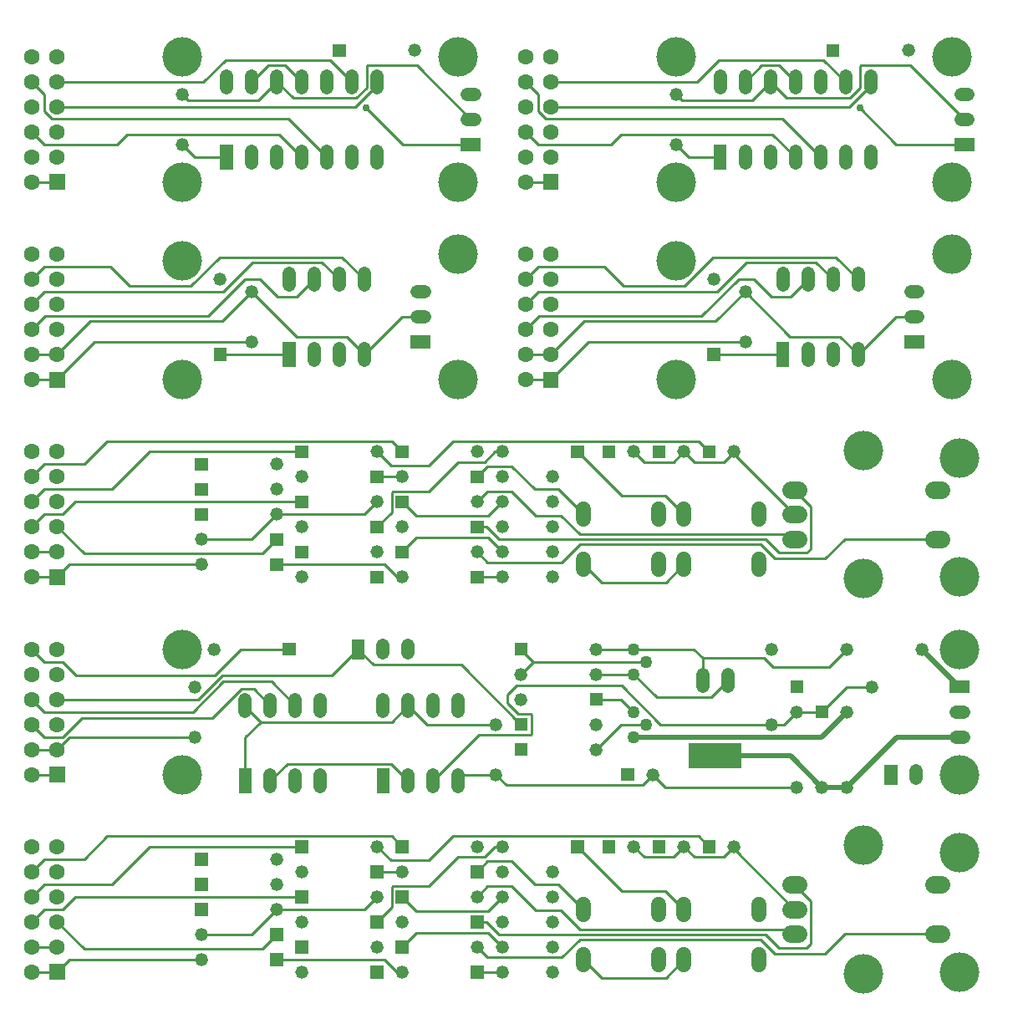
<source format=gbl>
%FSLAX24Y24*%
%MOIN*%
%ADD10C,0.0100*%
%ADD11C,0.0200*%
%ADD12C,0.0300*%
%ADD13C,0.0500*%
%ADD14C,0.0520*%
%ADD15C,0.0600*%
%ADD16C,0.0630*%
%ADD17C,0.0700*%
%ADD18C,0.1575*%
D10*
G01X19750Y1500D02*
X18750Y1500D01*
X19750Y6500D02*
X19466Y6500D01*
X19056Y6089D01*
X17991Y6089D01*
X16813Y4911D01*
X15368Y4911D01*
X15339Y4882D01*
X15339Y4089D01*
X14750Y3500D01*
X22750Y6500D02*
X24511Y4739D01*
X26261Y4739D01*
X27000Y4000D01*
X18750Y5500D02*
X19163Y5913D01*
X20132Y5913D01*
X21046Y5000D01*
X22000Y5000D01*
X23000Y4000D01*
X19750Y2500D02*
X19179Y3071D01*
X16321Y3071D01*
X15750Y2500D01*
X23000Y2000D02*
X23731Y1269D01*
X26269Y1269D01*
X27000Y2000D01*
X28948Y6448D02*
X29000Y6500D01*
X27000Y6500D02*
X27411Y6089D01*
X28589Y6089D01*
X28948Y6448D01*
X31396Y4000D01*
X1000Y2500D02*
X2000Y2500D01*
X25000Y6500D02*
X25411Y6089D01*
X26589Y6089D01*
X27000Y6500D01*
X1000Y4500D02*
X1500Y5000D01*
X4172Y5000D01*
X5672Y6500D01*
X11750Y6500D01*
X11750Y4500D02*
X2716Y4500D01*
X2216Y4000D01*
X1500Y4000D01*
X1000Y3500D01*
X10750Y3000D02*
X10179Y2429D01*
X3071Y2429D01*
X2000Y3500D01*
X18750Y2500D02*
X19164Y2086D01*
X22131Y2086D01*
X22844Y2799D01*
X30039Y2799D01*
X30610Y2228D01*
X32620Y2228D01*
X33407Y3016D01*
X37104Y3016D01*
X15750Y1500D02*
X15559Y1500D01*
X15059Y2000D01*
X10750Y2000D01*
X28000Y6500D02*
X27589Y6911D01*
X17769Y6911D01*
X16805Y5947D01*
X15303Y5947D01*
X14750Y6500D01*
X2000Y1500D02*
X1000Y1500D01*
X7750Y2000D02*
X2500Y2000D01*
X2000Y1500D01*
X10750Y4000D02*
X9750Y3000D01*
X7750Y3000D01*
X14750Y4500D02*
X14250Y4000D01*
X10750Y4000D01*
X31396Y3016D02*
X31206Y3205D01*
X22841Y3205D01*
X22096Y3950D01*
X21072Y3950D01*
X20105Y4917D01*
X19167Y4917D01*
X18750Y4500D01*
X31396Y4984D02*
X32054Y4326D01*
X32054Y2619D01*
X31897Y2462D01*
X30787Y2462D01*
X30245Y3005D01*
X19607Y3005D01*
X19111Y3500D01*
X18750Y3500D01*
X15750Y6500D02*
X15339Y6911D01*
X3980Y6911D01*
X3070Y6000D01*
X1500Y6000D01*
X1000Y5500D01*
X15750Y5500D02*
X14750Y5500D01*
X19750Y4500D02*
X19179Y3929D01*
X16321Y3929D01*
X15750Y4500D01*
X23500Y10374D02*
X24500Y11374D01*
X25500Y11374D01*
X11250Y14374D02*
X9320Y14374D01*
X8284Y13339D01*
X2765Y13339D01*
X2230Y13874D01*
X1500Y13874D01*
X1000Y14374D01*
X17000Y9124D02*
X18833Y10957D01*
X20882Y10957D01*
X20911Y10986D01*
X20911Y11756D01*
X20882Y11785D01*
X20373Y11785D01*
X19941Y12217D01*
X19941Y12546D01*
X20317Y12921D01*
X24520Y12921D01*
X26067Y11374D01*
X30500Y11374D01*
X32500Y11874D02*
X33500Y12874D01*
X34500Y12874D01*
X31500Y11874D02*
X32500Y11874D01*
X30500Y11374D02*
X31000Y11374D01*
X31500Y11874D01*
X10500Y12124D02*
X9837Y12787D01*
X9337Y12787D01*
X8189Y11638D01*
X2980Y11638D01*
X2216Y10874D01*
X1500Y10874D01*
X1000Y11374D01*
X21000Y13874D02*
X25500Y13874D01*
X20500Y13374D02*
X21000Y13874D01*
X20500Y14374D01*
X28750Y13124D02*
X28084Y12458D01*
X25916Y12458D01*
X25000Y13374D01*
X23500Y13374D02*
X25000Y13374D01*
X2000Y9374D02*
X1000Y9374D01*
X10126Y11469D02*
X9500Y10843D01*
X9500Y9124D01*
X10126Y11469D02*
X9500Y12095D01*
X9500Y12124D01*
X16000Y12124D02*
X15345Y11469D01*
X10126Y11469D01*
X16000Y12124D02*
X16750Y11374D01*
X19500Y11374D01*
X16000Y9124D02*
X15326Y9798D01*
X11174Y9798D01*
X10500Y9124D01*
X2000Y10374D02*
X2500Y10874D01*
X7500Y10874D01*
X2000Y10374D02*
X1000Y10374D01*
X19500Y9374D02*
X19911Y8963D01*
X25339Y8963D01*
X25750Y9374D01*
X18000Y9124D02*
X18250Y9374D01*
X19500Y9374D01*
X25750Y9374D02*
X26250Y8874D01*
X31500Y8874D01*
X23500Y12374D02*
X24500Y12374D01*
X25000Y11874D01*
X20500Y11374D02*
X18117Y13757D01*
X14617Y13757D01*
X14000Y14374D01*
X12965Y13339D01*
X8591Y13339D01*
X7626Y12374D01*
X2000Y12374D01*
X27750Y14024D02*
X30171Y14024D01*
X30541Y13654D01*
X32780Y13654D01*
X33500Y14374D01*
X25000Y14374D02*
X27400Y14374D01*
X27750Y14024D01*
X27750Y13124D01*
X23500Y14374D02*
X25000Y14374D01*
X11500Y12124D02*
X10537Y13087D01*
X8623Y13087D01*
X7410Y11874D01*
X1500Y11874D01*
X1000Y12374D01*
X19750Y17248D02*
X18750Y17248D01*
X19750Y22248D02*
X19466Y22248D01*
X19056Y21837D01*
X17991Y21837D01*
X16813Y20659D01*
X15368Y20659D01*
X15339Y20630D01*
X15339Y19837D01*
X14750Y19248D01*
X22750Y22248D02*
X24511Y20487D01*
X26261Y20487D01*
X27000Y19748D01*
X18750Y21248D02*
X19163Y21661D01*
X20132Y21661D01*
X21046Y20748D01*
X22000Y20748D01*
X23000Y19748D01*
X19750Y18248D02*
X19179Y18819D01*
X16321Y18819D01*
X15750Y18248D01*
X23000Y17748D02*
X23731Y17017D01*
X26269Y17017D01*
X27000Y17748D01*
X28948Y22196D02*
X29000Y22248D01*
X27000Y22248D02*
X27411Y21837D01*
X28589Y21837D01*
X28948Y22196D01*
X31396Y19748D01*
X1000Y18248D02*
X2000Y18248D01*
X25000Y22248D02*
X25411Y21837D01*
X26589Y21837D01*
X27000Y22248D01*
X1000Y20248D02*
X1500Y20748D01*
X4172Y20748D01*
X5672Y22248D01*
X11750Y22248D01*
X11750Y20248D02*
X2716Y20248D01*
X2216Y19748D01*
X1500Y19748D01*
X1000Y19248D01*
X10750Y18748D02*
X10179Y18177D01*
X3071Y18177D01*
X2000Y19248D01*
X18750Y18248D02*
X19164Y17834D01*
X22131Y17834D01*
X22844Y18547D01*
X30039Y18547D01*
X30610Y17976D01*
X32620Y17976D01*
X33407Y18764D01*
X37104Y18764D01*
X15750Y17248D02*
X15559Y17248D01*
X15059Y17748D01*
X10750Y17748D01*
X28000Y22248D02*
X27589Y22659D01*
X17769Y22659D01*
X16805Y21695D01*
X15303Y21695D01*
X14750Y22248D01*
X2000Y17248D02*
X1000Y17248D01*
X7750Y17748D02*
X2500Y17748D01*
X2000Y17248D01*
X10750Y19748D02*
X9750Y18748D01*
X7750Y18748D01*
X14750Y20248D02*
X14250Y19748D01*
X10750Y19748D01*
X31396Y18764D02*
X31206Y18953D01*
X22841Y18953D01*
X22096Y19698D01*
X21072Y19698D01*
X20105Y20665D01*
X19167Y20665D01*
X18750Y20248D01*
X31396Y20732D02*
X32054Y20074D01*
X32054Y18367D01*
X31897Y18210D01*
X30787Y18210D01*
X30245Y18753D01*
X19607Y18753D01*
X19111Y19248D01*
X18750Y19248D01*
X15750Y22248D02*
X15339Y22659D01*
X3980Y22659D01*
X3070Y21748D01*
X1500Y21748D01*
X1000Y21248D01*
X15750Y21248D02*
X14750Y21248D01*
X19750Y20248D02*
X19179Y19677D01*
X16321Y19677D01*
X15750Y20248D01*
X14331Y35946D02*
X15781Y34496D01*
X18500Y34496D01*
X13750Y36996D02*
X12877Y37869D01*
X8705Y37869D01*
X7832Y36996D01*
X2000Y36996D01*
X8750Y33996D02*
X7500Y33996D01*
X7000Y34496D01*
X2000Y32996D02*
X1000Y32996D01*
X9750Y36996D02*
X10411Y37657D01*
X11089Y37657D01*
X11750Y36996D01*
X12750Y33996D02*
X11216Y35530D01*
X1791Y35530D01*
X1500Y35822D01*
X1500Y36496D01*
X1000Y36996D01*
X14750Y36996D02*
X14750Y36854D01*
X13892Y35996D01*
X2000Y35996D01*
X1000Y34996D02*
X1500Y34496D01*
X4388Y34496D01*
X4798Y34907D01*
X10839Y34907D01*
X11750Y33996D01*
X10750Y36996D02*
X11401Y36345D01*
X13920Y36345D01*
X14336Y36761D01*
X14336Y37618D01*
X14365Y37647D01*
X16349Y37647D01*
X18500Y35496D01*
X10750Y36996D02*
X10019Y36265D01*
X7231Y36265D01*
X7000Y36496D01*
X33935Y29122D02*
X33050Y30007D01*
X28163Y30007D01*
X27014Y28858D01*
X24577Y28858D01*
X23813Y29622D01*
X21185Y29622D01*
X20685Y29122D01*
X32935Y29122D02*
X32251Y29806D01*
X29485Y29806D01*
X28301Y28622D01*
X21185Y28622D01*
X20685Y28122D01*
X29435Y28622D02*
X28258Y27445D01*
X23008Y27445D01*
X21685Y26122D01*
X29435Y28622D02*
X31226Y26831D01*
X33226Y26831D01*
X33935Y26122D01*
X21685Y26122D02*
X20685Y26122D01*
X36185Y27622D02*
X35435Y27622D01*
X33935Y26122D01*
X31935Y29122D02*
X31240Y28427D01*
X30469Y28427D01*
X29774Y29122D01*
X29171Y29122D01*
X27695Y27646D01*
X21209Y27646D01*
X20685Y27122D01*
X20685Y25122D02*
X21685Y25122D01*
X29435Y26622D02*
X23185Y26622D01*
X21685Y25122D01*
X28185Y26122D02*
X30935Y26122D01*
X34016Y35946D02*
X35467Y34496D01*
X38185Y34496D01*
X33435Y36996D02*
X32562Y37869D01*
X28390Y37869D01*
X27517Y36996D01*
X21685Y36996D01*
X28435Y33996D02*
X27185Y33996D01*
X26685Y34496D01*
X21685Y32996D02*
X20685Y32996D01*
X29435Y36996D02*
X30096Y37657D01*
X30774Y37657D01*
X31435Y36996D01*
X32435Y33996D02*
X30901Y35530D01*
X21476Y35530D01*
X21185Y35822D01*
X21185Y36496D01*
X20685Y36996D01*
X34435Y36996D02*
X34435Y36854D01*
X33577Y35996D01*
X21685Y35996D01*
X20685Y34996D02*
X21185Y34496D01*
X24073Y34496D01*
X24483Y34907D01*
X30524Y34907D01*
X31435Y33996D01*
X30435Y36996D02*
X31086Y36345D01*
X33606Y36345D01*
X34021Y36761D01*
X34021Y37618D01*
X34050Y37647D01*
X36034Y37647D01*
X38185Y35496D01*
X30435Y36996D02*
X29704Y36265D01*
X26917Y36265D01*
X26685Y36496D01*
X14250Y29122D02*
X13365Y30007D01*
X8478Y30007D01*
X7329Y28858D01*
X4892Y28858D01*
X4128Y29622D01*
X1500Y29622D01*
X1000Y29122D01*
X13250Y29122D02*
X12566Y29806D01*
X9800Y29806D01*
X8616Y28622D01*
X1500Y28622D01*
X1000Y28122D01*
X9750Y28622D02*
X8573Y27445D01*
X3323Y27445D01*
X2000Y26122D01*
X9750Y28622D02*
X11541Y26831D01*
X13541Y26831D01*
X14250Y26122D01*
X2000Y26122D02*
X1000Y26122D01*
X16500Y27622D02*
X15750Y27622D01*
X14250Y26122D01*
X12250Y29122D02*
X11555Y28427D01*
X10784Y28427D01*
X10089Y29122D01*
X9486Y29122D01*
X8010Y27646D01*
X1524Y27646D01*
X1000Y27122D01*
X1000Y25122D02*
X2000Y25122D01*
X9750Y26622D02*
X3500Y26622D01*
X2000Y25122D01*
X8500Y26122D02*
X11250Y26122D01*
D11*
G01X25000Y10874D02*
X32500Y10874D01*
X33500Y11874D01*
X36500Y14374D02*
X38000Y12874D01*
X38000Y10874D02*
X35500Y10874D01*
X33500Y8874D01*
X32500Y8874D02*
X33500Y8874D01*
X28750Y10124D02*
X31250Y10124D01*
X32500Y8874D01*
X27750Y10124D02*
X28750Y10124D01*
D12*
G01X14331Y35946D03*
X34016Y35946D03*
D13*
G01X25000Y13374D03*
X25500Y13874D03*
X25000Y14374D03*
X25000Y10874D03*
X25500Y11374D03*
X25000Y11874D03*
D14*
G01X10750Y4000D03*
X10750Y5000D03*
X21750Y4500D03*
X19750Y4500D03*
X18750Y4500D03*
X15750Y3500D03*
X21750Y1500D03*
X19750Y1500D03*
X15750Y1500D03*
X7750Y2000D03*
X18750Y2500D03*
X14750Y2500D03*
X11750Y1500D03*
X21750Y2500D03*
X19750Y2500D03*
X27000Y6500D03*
X18750Y6500D03*
X25000Y6500D03*
X10750Y6000D03*
X29000Y6500D03*
X14750Y6500D03*
X14750Y4500D03*
X21750Y5500D03*
X19750Y5500D03*
X7750Y3000D03*
X21750Y3500D03*
X19750Y3500D03*
X19750Y6500D03*
X11750Y3500D03*
X15750Y5500D03*
X11750Y5500D03*
X23500Y14374D03*
X23500Y13374D03*
X20500Y13374D03*
X27750Y13364D02*
X27750Y12884D01*
X28750Y13364D02*
X28750Y12884D01*
X20500Y12374D03*
X23500Y10374D03*
X23500Y11374D03*
X25750Y9374D03*
X33500Y11874D03*
X33500Y8874D03*
X32500Y8874D03*
X34500Y12874D03*
X30500Y11374D03*
X30500Y14374D03*
X31500Y8874D03*
X31500Y11874D03*
X36500Y14374D03*
X33500Y14374D03*
X38140Y11874D02*
X37860Y11874D01*
X38140Y10874D02*
X37860Y10874D01*
X36250Y9514D02*
X36250Y9234D01*
X16000Y9364D02*
X16000Y8884D01*
X17000Y9364D02*
X17000Y8884D01*
X16000Y12364D02*
X16000Y11884D01*
X17000Y12364D02*
X17000Y11884D01*
X18000Y12364D02*
X18000Y11884D01*
X15000Y12364D02*
X15000Y11884D01*
X18000Y9364D02*
X18000Y8884D01*
X19500Y11374D03*
X19500Y9374D03*
X10500Y12364D02*
X10500Y11884D01*
X11500Y9364D02*
X11500Y8884D01*
X11500Y12364D02*
X11500Y11884D01*
X12500Y9364D02*
X12500Y8884D01*
X10500Y9364D02*
X10500Y8884D01*
X12500Y12364D02*
X12500Y11884D01*
X9500Y12364D02*
X9500Y11884D01*
X7500Y12874D03*
X7500Y10874D03*
X15000Y14514D02*
X15000Y14234D01*
X16000Y14514D02*
X16000Y14234D01*
X8250Y14374D03*
X10750Y19748D03*
X10750Y20748D03*
X21750Y20248D03*
X19750Y20248D03*
X18750Y20248D03*
X15750Y19248D03*
X21750Y17248D03*
X19750Y17248D03*
X15750Y17248D03*
X7750Y17748D03*
X18750Y18248D03*
X14750Y18248D03*
X11750Y17248D03*
X21750Y18248D03*
X19750Y18248D03*
X27000Y22248D03*
X18750Y22248D03*
X25000Y22248D03*
X10750Y21748D03*
X29000Y22248D03*
X14750Y22248D03*
X14750Y20248D03*
X21750Y21248D03*
X19750Y21248D03*
X7750Y18748D03*
X21750Y19248D03*
X19750Y19248D03*
X19750Y22248D03*
X11750Y19248D03*
X15750Y21248D03*
X11750Y21248D03*
X7000Y34496D03*
X7000Y36496D03*
X10750Y34236D02*
X10750Y33756D01*
X12750Y37236D02*
X12750Y36756D01*
X13750Y37236D02*
X13750Y36756D01*
X8750Y37236D02*
X8750Y36756D01*
X9750Y34236D02*
X9750Y33756D01*
X14750Y34236D02*
X14750Y33756D01*
X9750Y37236D02*
X9750Y36756D01*
X12750Y34236D02*
X12750Y33756D01*
X11750Y37236D02*
X11750Y36756D01*
X11750Y34236D02*
X11750Y33756D01*
X10750Y37236D02*
X10750Y36756D01*
X13750Y34236D02*
X13750Y33756D01*
X14750Y37236D02*
X14750Y36756D01*
X16250Y38246D03*
X18360Y36496D02*
X18640Y36496D01*
X18360Y35496D02*
X18640Y35496D01*
X32935Y26362D02*
X32935Y25882D01*
X33935Y26362D02*
X33935Y25882D01*
X33935Y29362D02*
X33935Y28882D01*
X31935Y29362D02*
X31935Y28882D01*
X32935Y29362D02*
X32935Y28882D01*
X30935Y29362D02*
X30935Y28882D01*
X31935Y26362D02*
X31935Y25882D01*
X29435Y28622D03*
X29435Y26622D03*
X28185Y29122D03*
X36045Y27622D02*
X36325Y27622D01*
X36045Y28622D02*
X36325Y28622D01*
X26685Y34496D03*
X26685Y36496D03*
X30435Y34236D02*
X30435Y33756D01*
X32435Y37236D02*
X32435Y36756D01*
X33435Y37236D02*
X33435Y36756D01*
X28435Y37236D02*
X28435Y36756D01*
X29435Y34236D02*
X29435Y33756D01*
X34435Y34236D02*
X34435Y33756D01*
X29435Y37236D02*
X29435Y36756D01*
X32435Y34236D02*
X32435Y33756D01*
X31435Y37236D02*
X31435Y36756D01*
X31435Y34236D02*
X31435Y33756D01*
X30435Y37236D02*
X30435Y36756D01*
X33435Y34236D02*
X33435Y33756D01*
X34435Y37236D02*
X34435Y36756D01*
X35935Y38246D03*
X38045Y36496D02*
X38325Y36496D01*
X38045Y35496D02*
X38325Y35496D01*
X13250Y26362D02*
X13250Y25882D01*
X14250Y26362D02*
X14250Y25882D01*
X14250Y29362D02*
X14250Y28882D01*
X12250Y29362D02*
X12250Y28882D01*
X13250Y29362D02*
X13250Y28882D01*
X11250Y29362D02*
X11250Y28882D01*
X12250Y26362D02*
X12250Y25882D01*
X9750Y28622D03*
X9750Y26622D03*
X8500Y29122D03*
X16360Y27622D02*
X16640Y27622D01*
X16360Y28622D02*
X16640Y28622D01*
D15*
G01X30000Y2200D02*
X30000Y1800D01*
X27000Y2200D02*
X27000Y1800D01*
X27000Y4200D02*
X27000Y3800D01*
X30000Y4200D02*
X30000Y3800D01*
X26000Y2200D02*
X26000Y1800D01*
X23000Y2200D02*
X23000Y1800D01*
X23000Y4200D02*
X23000Y3800D01*
X26000Y4200D02*
X26000Y3800D01*
X30000Y17948D02*
X30000Y17548D01*
X27000Y17948D02*
X27000Y17548D01*
X27000Y19948D02*
X27000Y19548D01*
X30000Y19948D02*
X30000Y19548D01*
X26000Y17948D02*
X26000Y17548D01*
X23000Y17948D02*
X23000Y17548D01*
X23000Y19948D02*
X23000Y19548D01*
X26000Y19948D02*
X26000Y19548D01*
D16*
G01X2000Y5500D03*
X2000Y6500D03*
X2000Y4500D03*
X1000Y6500D03*
X2000Y3500D03*
X1000Y4500D03*
X1000Y3500D03*
X1000Y1500D03*
X1000Y2500D03*
X2000Y2500D03*
X1000Y5500D03*
X2000Y11374D03*
X1000Y14374D03*
X1000Y13374D03*
X2000Y10374D03*
X1000Y10374D03*
X2000Y12374D03*
X2000Y14374D03*
X1000Y12374D03*
X1000Y11374D03*
X2000Y13374D03*
X1000Y9374D03*
X2000Y21248D03*
X2000Y22248D03*
X2000Y20248D03*
X1000Y22248D03*
X2000Y19248D03*
X1000Y20248D03*
X1000Y19248D03*
X1000Y17248D03*
X1000Y18248D03*
X2000Y18248D03*
X1000Y21248D03*
X2000Y34996D03*
X2000Y37996D03*
X1000Y34996D03*
X1000Y32996D03*
X2000Y33996D03*
X2000Y36996D03*
X1000Y33996D03*
X1000Y37996D03*
X1000Y36996D03*
X2000Y35996D03*
X1000Y35996D03*
X21685Y30122D03*
X21685Y29122D03*
X20685Y28122D03*
X20685Y27122D03*
X20685Y29122D03*
X20685Y25122D03*
X20685Y30122D03*
X21685Y26122D03*
X21685Y28122D03*
X21685Y27122D03*
X20685Y26122D03*
X21685Y34996D03*
X21685Y37996D03*
X20685Y34996D03*
X20685Y32996D03*
X21685Y33996D03*
X21685Y36996D03*
X20685Y33996D03*
X20685Y37996D03*
X20685Y36996D03*
X21685Y35996D03*
X20685Y35996D03*
X2000Y30122D03*
X2000Y29122D03*
X1000Y28122D03*
X1000Y27122D03*
X1000Y29122D03*
X1000Y25122D03*
X1000Y30122D03*
X2000Y26122D03*
X2000Y28122D03*
X2000Y27122D03*
X1000Y26122D03*
D17*
G01X31246Y4000D02*
X31546Y4000D01*
X31246Y3016D02*
X31546Y3016D01*
X36954Y3016D02*
X37254Y3016D01*
X36954Y4984D02*
X37254Y4984D01*
X31246Y4984D02*
X31546Y4984D01*
X31246Y19748D02*
X31546Y19748D01*
X31246Y18764D02*
X31546Y18764D01*
X36954Y18764D02*
X37254Y18764D01*
X36954Y20732D02*
X37254Y20732D01*
X31246Y20732D02*
X31546Y20732D01*
D18*
G01X34152Y1441D03*
X34152Y6559D03*
X38000Y1500D03*
X38000Y6250D03*
X7000Y14374D03*
X7000Y9374D03*
X38000Y14374D03*
X38000Y9374D03*
X34152Y17189D03*
X34152Y22307D03*
X38000Y17248D03*
X38000Y21998D03*
X7000Y37996D03*
X7000Y32996D03*
X18000Y32996D03*
X18000Y37996D03*
X37685Y25122D03*
X37685Y30122D03*
X26685Y29872D03*
X26685Y25122D03*
X26685Y37996D03*
X26685Y32996D03*
X37685Y32996D03*
X37685Y37996D03*
X18000Y25122D03*
X18000Y30122D03*
X7000Y29872D03*
X7000Y25122D03*
G36*
X8010Y4260D02*
X7490Y4260D01*
X7490Y3740D01*
X8010Y3740D01*
X8010Y4260D01*
G37*
G36*
X8010Y5260D02*
X7490Y5260D01*
X7490Y4740D01*
X8010Y4740D01*
X8010Y5260D01*
G37*
G36*
X16010Y4760D02*
X15490Y4760D01*
X15490Y4240D01*
X16010Y4240D01*
X16010Y4760D01*
G37*
G36*
X18490Y3240D02*
X19010Y3240D01*
X19010Y3760D01*
X18490Y3760D01*
X18490Y3240D01*
G37*
G36*
X18490Y1240D02*
X19010Y1240D01*
X19010Y1760D01*
X18490Y1760D01*
X18490Y1240D01*
G37*
G36*
X10490Y1740D02*
X11010Y1740D01*
X11010Y2260D01*
X10490Y2260D01*
X10490Y1740D01*
G37*
G36*
X16010Y2760D02*
X15490Y2760D01*
X15490Y2240D01*
X16010Y2240D01*
X16010Y2760D01*
G37*
G36*
X12010Y2760D02*
X11490Y2760D01*
X11490Y2240D01*
X12010Y2240D01*
X12010Y2760D01*
G37*
G36*
X14490Y1240D02*
X15010Y1240D01*
X15010Y1760D01*
X14490Y1760D01*
X14490Y1240D01*
G37*
G36*
X26260Y6760D02*
X25740Y6760D01*
X25740Y6240D01*
X26260Y6240D01*
X26260Y6760D01*
G37*
G36*
X16010Y6760D02*
X15490Y6760D01*
X15490Y6240D01*
X16010Y6240D01*
X16010Y6760D01*
G37*
G36*
X24260Y6760D02*
X23740Y6760D01*
X23740Y6240D01*
X24260Y6240D01*
X24260Y6760D01*
G37*
G36*
X8010Y6260D02*
X7490Y6260D01*
X7490Y5740D01*
X8010Y5740D01*
X8010Y6260D01*
G37*
G36*
X28260Y6760D02*
X27740Y6760D01*
X27740Y6240D01*
X28260Y6240D01*
X28260Y6760D01*
G37*
G36*
X12010Y6760D02*
X11490Y6760D01*
X11490Y6240D01*
X12010Y6240D01*
X12010Y6760D01*
G37*
G36*
X12010Y4760D02*
X11490Y4760D01*
X11490Y4240D01*
X12010Y4240D01*
X12010Y4760D01*
G37*
G36*
X10490Y2740D02*
X11010Y2740D01*
X11010Y3260D01*
X10490Y3260D01*
X10490Y2740D01*
G37*
G36*
X1685Y1815D02*
X1685Y1185D01*
X2315Y1185D01*
X2315Y1815D01*
X1685Y1815D01*
G37*
G36*
X22490Y6240D02*
X23010Y6240D01*
X23010Y6760D01*
X22490Y6760D01*
X22490Y6240D01*
G37*
G36*
X14490Y3240D02*
X15010Y3240D01*
X15010Y3760D01*
X14490Y3760D01*
X14490Y3240D01*
G37*
G36*
X18490Y5240D02*
X19010Y5240D01*
X19010Y5760D01*
X18490Y5760D01*
X18490Y5240D01*
G37*
G36*
X14490Y5240D02*
X15010Y5240D01*
X15010Y5760D01*
X14490Y5760D01*
X14490Y5240D01*
G37*
G36*
X20760Y14634D02*
X20240Y14634D01*
X20240Y14114D01*
X20760Y14114D01*
X20760Y14634D01*
G37*
G36*
X28200Y10624D02*
X28200Y9624D01*
X29300Y9624D01*
X29300Y10624D01*
X28200Y10624D01*
G37*
G36*
X27200Y10624D02*
X27200Y9624D01*
X28300Y9624D01*
X28300Y10624D01*
X27200Y10624D01*
G37*
G36*
X23240Y12114D02*
X23760Y12114D01*
X23760Y12634D01*
X23240Y12634D01*
X23240Y12114D01*
G37*
G36*
X20760Y10634D02*
X20240Y10634D01*
X20240Y10114D01*
X20760Y10114D01*
X20760Y10634D01*
G37*
G36*
X20760Y11634D02*
X20240Y11634D01*
X20240Y11114D01*
X20760Y11114D01*
X20760Y11634D01*
G37*
G36*
X25010Y9634D02*
X24490Y9634D01*
X24490Y9114D01*
X25010Y9114D01*
X25010Y9634D01*
G37*
G36*
X32760Y11614D02*
X32760Y12134D01*
X32240Y12134D01*
X32240Y11614D01*
X32760Y11614D01*
G37*
G36*
X31760Y13134D02*
X31240Y13134D01*
X31240Y12614D01*
X31760Y12614D01*
X31760Y13134D01*
G37*
G36*
X1685Y9689D02*
X1685Y9059D01*
X2315Y9059D01*
X2315Y9689D01*
X1685Y9689D01*
G37*
G36*
X38400Y12614D02*
X38400Y13134D01*
X37600Y13134D01*
X37600Y12614D01*
X38400Y12614D01*
G37*
G36*
X35510Y9774D02*
X34990Y9774D01*
X34990Y8974D01*
X35510Y8974D01*
X35510Y9774D01*
G37*
G36*
X15260Y9624D02*
X14740Y9624D01*
X14740Y8624D01*
X15260Y8624D01*
X15260Y9624D01*
G37*
G36*
X9760Y9624D02*
X9240Y9624D01*
X9240Y8624D01*
X9760Y8624D01*
X9760Y9624D01*
G37*
G36*
X14260Y14774D02*
X13740Y14774D01*
X13740Y13974D01*
X14260Y13974D01*
X14260Y14774D01*
G37*
G36*
X10990Y14114D02*
X11510Y14114D01*
X11510Y14634D01*
X10990Y14634D01*
X10990Y14114D01*
G37*
G36*
X8010Y20008D02*
X7490Y20008D01*
X7490Y19488D01*
X8010Y19488D01*
X8010Y20008D01*
G37*
G36*
X8010Y21008D02*
X7490Y21008D01*
X7490Y20488D01*
X8010Y20488D01*
X8010Y21008D01*
G37*
G36*
X16010Y20508D02*
X15490Y20508D01*
X15490Y19988D01*
X16010Y19988D01*
X16010Y20508D01*
G37*
G36*
X18490Y18988D02*
X19010Y18988D01*
X19010Y19508D01*
X18490Y19508D01*
X18490Y18988D01*
G37*
G36*
X18490Y16988D02*
X19010Y16988D01*
X19010Y17508D01*
X18490Y17508D01*
X18490Y16988D01*
G37*
G36*
X10490Y17488D02*
X11010Y17488D01*
X11010Y18008D01*
X10490Y18008D01*
X10490Y17488D01*
G37*
G36*
X16010Y18508D02*
X15490Y18508D01*
X15490Y17988D01*
X16010Y17988D01*
X16010Y18508D01*
G37*
G36*
X12010Y18508D02*
X11490Y18508D01*
X11490Y17988D01*
X12010Y17988D01*
X12010Y18508D01*
G37*
G36*
X14490Y16988D02*
X15010Y16988D01*
X15010Y17508D01*
X14490Y17508D01*
X14490Y16988D01*
G37*
G36*
X26260Y22508D02*
X25740Y22508D01*
X25740Y21988D01*
X26260Y21988D01*
X26260Y22508D01*
G37*
G36*
X16010Y22508D02*
X15490Y22508D01*
X15490Y21988D01*
X16010Y21988D01*
X16010Y22508D01*
G37*
G36*
X24260Y22508D02*
X23740Y22508D01*
X23740Y21988D01*
X24260Y21988D01*
X24260Y22508D01*
G37*
G36*
X8010Y22008D02*
X7490Y22008D01*
X7490Y21488D01*
X8010Y21488D01*
X8010Y22008D01*
G37*
G36*
X28260Y22508D02*
X27740Y22508D01*
X27740Y21988D01*
X28260Y21988D01*
X28260Y22508D01*
G37*
G36*
X12010Y22508D02*
X11490Y22508D01*
X11490Y21988D01*
X12010Y21988D01*
X12010Y22508D01*
G37*
G36*
X12010Y20508D02*
X11490Y20508D01*
X11490Y19988D01*
X12010Y19988D01*
X12010Y20508D01*
G37*
G36*
X10490Y18488D02*
X11010Y18488D01*
X11010Y19008D01*
X10490Y19008D01*
X10490Y18488D01*
G37*
G36*
X1685Y17563D02*
X1685Y16933D01*
X2315Y16933D01*
X2315Y17563D01*
X1685Y17563D01*
G37*
G36*
X22490Y21988D02*
X23010Y21988D01*
X23010Y22508D01*
X22490Y22508D01*
X22490Y21988D01*
G37*
G36*
X14490Y18988D02*
X15010Y18988D01*
X15010Y19508D01*
X14490Y19508D01*
X14490Y18988D01*
G37*
G36*
X18490Y20988D02*
X19010Y20988D01*
X19010Y21508D01*
X18490Y21508D01*
X18490Y20988D01*
G37*
G36*
X14490Y20988D02*
X15010Y20988D01*
X15010Y21508D01*
X14490Y21508D01*
X14490Y20988D01*
G37*
G36*
X9010Y34496D02*
X8490Y34496D01*
X8490Y33496D01*
X9010Y33496D01*
X9010Y34496D01*
G37*
G36*
X1685Y33311D02*
X1685Y32681D01*
X2315Y32681D01*
X2315Y33311D01*
X1685Y33311D01*
G37*
G36*
X13510Y38506D02*
X12990Y38506D01*
X12990Y37986D01*
X13510Y37986D01*
X13510Y38506D01*
G37*
G36*
X18100Y34756D02*
X18100Y34236D01*
X18900Y34236D01*
X18900Y34756D01*
X18100Y34756D01*
G37*
G36*
X31195Y26622D02*
X30675Y26622D01*
X30675Y25622D01*
X31195Y25622D01*
X31195Y26622D01*
G37*
G36*
X21370Y25437D02*
X21370Y24807D01*
X22000Y24807D01*
X22000Y25437D01*
X21370Y25437D01*
G37*
G36*
X27925Y26382D02*
X27925Y25862D01*
X28445Y25862D01*
X28445Y26382D01*
X27925Y26382D01*
G37*
G36*
X35785Y26882D02*
X35785Y26362D01*
X36585Y26362D01*
X36585Y26882D01*
X35785Y26882D01*
G37*
G36*
X28695Y34496D02*
X28175Y34496D01*
X28175Y33496D01*
X28695Y33496D01*
X28695Y34496D01*
G37*
G36*
X21370Y33311D02*
X21370Y32681D01*
X22000Y32681D01*
X22000Y33311D01*
X21370Y33311D01*
G37*
G36*
X33195Y38506D02*
X32675Y38506D01*
X32675Y37986D01*
X33195Y37986D01*
X33195Y38506D01*
G37*
G36*
X37785Y34756D02*
X37785Y34236D01*
X38585Y34236D01*
X38585Y34756D01*
X37785Y34756D01*
G37*
G36*
X11510Y26622D02*
X10990Y26622D01*
X10990Y25622D01*
X11510Y25622D01*
X11510Y26622D01*
G37*
G36*
X1685Y25437D02*
X1685Y24807D01*
X2315Y24807D01*
X2315Y25437D01*
X1685Y25437D01*
G37*
G36*
X8240Y26382D02*
X8240Y25862D01*
X8760Y25862D01*
X8760Y26382D01*
X8240Y26382D01*
G37*
G36*
X16100Y26882D02*
X16100Y26362D01*
X16900Y26362D01*
X16900Y26882D01*
X16100Y26882D01*
G37*
M02*

</source>
